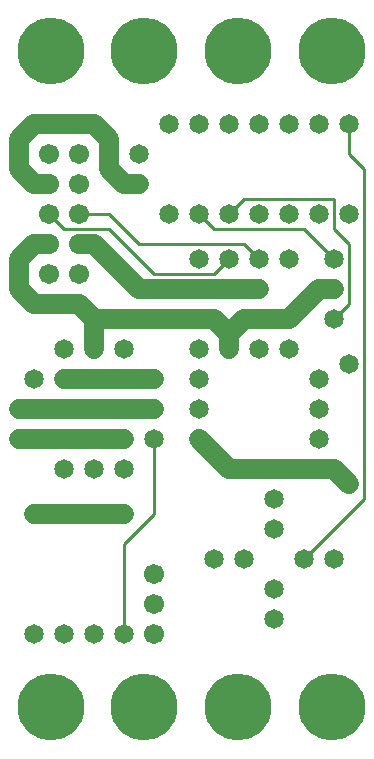
<source format=gbl>
%MOIN*%
%FSLAX25Y25*%
G04 D10 used for Character Trace; *
G04     Circle (OD=.01000) (No hole)*
G04 D11 used for Power Trace; *
G04     Circle (OD=.06500) (No hole)*
G04 D12 used for Signal Trace; *
G04     Circle (OD=.01100) (No hole)*
G04 D13 used for Via; *
G04     Circle (OD=.05800) (Round. Hole ID=.02800)*
G04 D14 used for Component hole; *
G04     Circle (OD=.06500) (Round. Hole ID=.03500)*
G04 D15 used for Component hole; *
G04     Circle (OD=.06700) (Round. Hole ID=.04300)*
G04 D16 used for Component hole; *
G04     Circle (OD=.08100) (Round. Hole ID=.05100)*
G04 D17 used for Component hole; *
G04     Circle (OD=.08900) (Round. Hole ID=.05900)*
G04 D18 used for Component hole; *
G04     Circle (OD=.11300) (Round. Hole ID=.08300)*
G04 D19 used for Component hole; *
G04     Circle (OD=.16000) (Round. Hole ID=.13000)*
G04 D20 used for Component hole; *
G04     Circle (OD=.18300) (Round. Hole ID=.15300)*
G04 D21 used for Component hole; *
G04     Circle (OD=.22291) (Round. Hole ID=.19291)*
%ADD10C,.01000*%
%ADD11C,.06500*%
%ADD12C,.01100*%
%ADD13C,.05800*%
%ADD14C,.06500*%
%ADD15C,.06700*%
%ADD16C,.08100*%
%ADD17C,.08900*%
%ADD18C,.11300*%
%ADD19C,.16000*%
%ADD20C,.18300*%
%ADD21C,.22291*%
%IPPOS*%
%LPD*%
G90*X0Y0D02*D21*X15625Y15625D03*D14*              
X40000Y40000D03*D12*Y70000D01*X50000Y80000D01*    
Y105000D01*D14*D03*X40000Y95000D03*               
X50000Y115000D03*D11*X30000D01*D13*D03*D11*       
X10000D01*D14*D03*D11*X5000D01*D14*               
X10000Y125000D03*D11*X5000Y105000D02*X10000D01*   
D14*D03*D11*X20000D01*D13*D03*D11*X40000D01*D13*  
D03*D14*X30000Y95000D03*D13*X20000Y125000D03*D11* 
X40000D01*D13*D03*D11*X50000D01*D14*D03*          
X40000Y135000D03*X65000Y115000D03*Y125000D03*     
Y135000D03*D11*X75000Y140000D02*X70000Y145000D01* 
X75000Y135000D02*Y140000D01*D14*Y135000D03*D11*   
Y140000D02*X80000Y145000D01*X95000D01*            
X105000Y155000D01*X110000D01*D14*D03*D12*         
Y145000D02*X115000Y150000D01*D14*                 
X110000Y145000D03*D12*X115000Y150000D02*          
Y170000D01*X110000Y175000D01*Y185000D01*X80000D01*
X75000Y180000D01*D14*D03*D12*X70000Y175000D02*    
X100000D01*X110000Y165000D01*D14*D03*             
X95000Y180000D03*X115000D03*X95000Y165000D03*     
X105000Y180000D03*X85000D03*Y165000D03*D12*       
X80000Y170000D01*X45000D01*X35000Y180000D01*      
X25000D01*D15*D03*D12*X20000Y175000D02*X35000D01* 
X50000Y160000D01*X70000D01*X75000Y165000D01*D14*  
D03*D13*X85000Y155000D03*D11*X55000D01*D14*D03*   
D11*X45000D01*X30000Y170000D01*X25000D01*D15*D03* 
D12*X20000Y175000D02*X15000Y180000D01*D15*D03*    
X25000Y190000D03*D11*X5000Y165000D02*             
X10000Y170000D01*X5000Y155000D02*Y165000D01*      
X10000Y150000D02*X5000Y155000D01*X10000Y150000D02*
X25000D01*X30000Y145000D01*Y135000D01*D14*D03*D11*
Y145000D02*X55000D01*D14*D03*D11*X70000D01*D14*   
X85000Y135000D03*X65000Y165000D03*                
X95000Y135000D03*D12*X70000Y175000D02*            
X65000Y180000D01*D14*D03*X55000D03*               
X45000Y200000D03*Y190000D03*D11*X40000D01*        
X35000Y195000D01*Y205000D01*X30000Y210000D01*     
X10000D01*X5000Y205000D01*Y195000D01*             
X10000Y190000D01*X15000D01*D15*D03*               
X25000Y200000D03*X15000D03*D11*X10000Y170000D02*  
X15000D01*D15*D03*X25000Y160000D03*X15000D03*D14* 
X20000Y135000D03*X55000Y210000D03*X65000D03*      
X75000D03*D21*X78125Y234375D03*X46875D03*         
X15625D03*D14*X65000Y105000D03*D11*               
X75000Y95000D01*X110000D01*X115000Y90000D01*D14*  
D03*D12*X100000Y65000D02*X120000Y85000D01*D14*    
X100000Y65000D03*X90000Y75000D03*Y55000D03*       
X110000Y65000D03*D12*X120000Y85000D02*Y195000D01* 
X115000Y200000D01*Y210000D01*D14*D03*X105000D03*  
X95000D03*D21*X109375Y234375D03*D14*              
X85000Y210000D03*X115000Y130000D03*               
X105000Y125000D03*Y115000D03*Y105000D03*          
X20000Y95000D03*X90000Y85000D03*X10000Y80000D03*  
D11*X20000D01*D14*D03*D11*X30000D01*D14*D03*D11*  
X40000D01*D14*D03*D15*X50000Y60000D03*D14*        
X70000Y65000D03*D15*X50000Y50000D03*D14*          
X10000Y40000D03*X20000D03*X80000Y65000D03*        
X30000Y40000D03*D15*X50000D03*D14*X90000Y45000D03*
D21*X46875Y15625D03*X78125D03*X109375D03*M02*     

</source>
